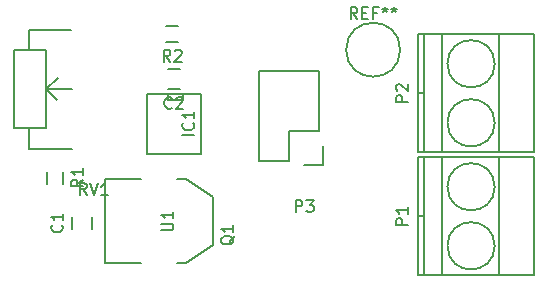
<source format=gto>
G04 #@! TF.FileFunction,Legend,Top*
%FSLAX46Y46*%
G04 Gerber Fmt 4.6, Leading zero omitted, Abs format (unit mm)*
G04 Created by KiCad (PCBNEW 4.0.1-3.201512161002+6197~38~ubuntu15.10.1-stable) date 2015-12-20T00:19:31 CET*
%MOMM*%
G01*
G04 APERTURE LIST*
%ADD10C,0.100000*%
%ADD11C,0.150000*%
G04 APERTURE END LIST*
D10*
D11*
X177888900Y-120299480D02*
X181437280Y-120299480D01*
X177888900Y-122049540D02*
X177888900Y-120299480D01*
X177888900Y-128648460D02*
X177888900Y-130398520D01*
X177888900Y-130398520D02*
X181488080Y-130398520D01*
X179288440Y-125349000D02*
X181538880Y-125298200D01*
X179288440Y-125349000D02*
X180289200Y-124399040D01*
X179288440Y-125298200D02*
X180238400Y-126298960D01*
X179288440Y-128648460D02*
X176588420Y-128648460D01*
X176588420Y-128648460D02*
X176588420Y-122049540D01*
X176588420Y-122049540D02*
X179288440Y-122049540D01*
X179288440Y-122049540D02*
X179288440Y-128648460D01*
X192405000Y-125730000D02*
X192405000Y-130810000D01*
X192405000Y-130810000D02*
X187833000Y-130810000D01*
X187833000Y-130810000D02*
X187833000Y-125730000D01*
X187833000Y-125730000D02*
X192405000Y-125730000D01*
X190881000Y-125730000D02*
X190881000Y-126238000D01*
X190881000Y-126238000D02*
X189611000Y-126238000D01*
X189611000Y-126238000D02*
X189611000Y-125730000D01*
X181522000Y-136172000D02*
X181522000Y-137172000D01*
X183222000Y-137172000D02*
X183222000Y-136172000D01*
X189619000Y-125310000D02*
X190619000Y-125310000D01*
X190619000Y-123610000D02*
X189619000Y-123610000D01*
X211292000Y-136104000D02*
X210792000Y-136104000D01*
X217292000Y-138604000D02*
G75*
G03X217292000Y-138604000I-2000000J0D01*
G01*
X217292000Y-133604000D02*
G75*
G03X217292000Y-133604000I-2000000J0D01*
G01*
X212792000Y-131104000D02*
X212792000Y-141104000D01*
X217692000Y-131104000D02*
X217692000Y-141104000D01*
X211292000Y-131104000D02*
X211292000Y-141104000D01*
X210792000Y-131104000D02*
X210792000Y-141104000D01*
X210792000Y-141104000D02*
X220592000Y-141104000D01*
X220592000Y-141104000D02*
X220592000Y-131104000D01*
X220592000Y-131104000D02*
X210792000Y-131104000D01*
X211292000Y-125690000D02*
X210792000Y-125690000D01*
X217292000Y-128190000D02*
G75*
G03X217292000Y-128190000I-2000000J0D01*
G01*
X217292000Y-123190000D02*
G75*
G03X217292000Y-123190000I-2000000J0D01*
G01*
X212792000Y-120690000D02*
X212792000Y-130690000D01*
X217692000Y-120690000D02*
X217692000Y-130690000D01*
X211292000Y-120690000D02*
X211292000Y-130690000D01*
X210792000Y-120690000D02*
X210792000Y-130690000D01*
X210792000Y-130690000D02*
X220592000Y-130690000D01*
X220592000Y-130690000D02*
X220592000Y-120690000D01*
X220592000Y-120690000D02*
X210792000Y-120690000D01*
X202438000Y-128905000D02*
X202438000Y-123825000D01*
X202718000Y-131725000D02*
X201168000Y-131725000D01*
X199898000Y-131445000D02*
X199898000Y-128905000D01*
X199898000Y-128905000D02*
X202438000Y-128905000D01*
X202438000Y-123825000D02*
X197358000Y-123825000D01*
X197358000Y-123825000D02*
X197358000Y-128905000D01*
X202718000Y-131725000D02*
X202718000Y-130175000D01*
X197358000Y-131445000D02*
X199898000Y-131445000D01*
X197358000Y-128905000D02*
X197358000Y-131445000D01*
X179411000Y-133342000D02*
X179411000Y-132342000D01*
X180761000Y-132342000D02*
X180761000Y-133342000D01*
X189492000Y-119975000D02*
X190492000Y-119975000D01*
X190492000Y-121325000D02*
X189492000Y-121325000D01*
X187325000Y-132969000D02*
X184277000Y-132969000D01*
X184277000Y-132969000D02*
X184277000Y-140081000D01*
X184277000Y-140081000D02*
X187325000Y-140081000D01*
X190373000Y-132969000D02*
X191135000Y-132969000D01*
X191135000Y-132969000D02*
X193421000Y-134493000D01*
X193421000Y-134493000D02*
X193421000Y-138557000D01*
X193421000Y-138557000D02*
X191135000Y-140081000D01*
X191135000Y-140081000D02*
X190373000Y-140081000D01*
X209286000Y-122000000D02*
G75*
G03X209286000Y-122000000I-2286000J0D01*
G01*
X182741962Y-134300221D02*
X182408628Y-133824030D01*
X182170533Y-134300221D02*
X182170533Y-133300221D01*
X182551486Y-133300221D01*
X182646724Y-133347840D01*
X182694343Y-133395459D01*
X182741962Y-133490697D01*
X182741962Y-133633554D01*
X182694343Y-133728792D01*
X182646724Y-133776411D01*
X182551486Y-133824030D01*
X182170533Y-133824030D01*
X183027676Y-133300221D02*
X183361009Y-134300221D01*
X183694343Y-133300221D01*
X184551486Y-134300221D02*
X183980057Y-134300221D01*
X184265771Y-134300221D02*
X184265771Y-133300221D01*
X184170533Y-133443078D01*
X184075295Y-133538316D01*
X183980057Y-133585935D01*
X191841381Y-129246190D02*
X190841381Y-129246190D01*
X191746143Y-128198571D02*
X191793762Y-128246190D01*
X191841381Y-128389047D01*
X191841381Y-128484285D01*
X191793762Y-128627143D01*
X191698524Y-128722381D01*
X191603286Y-128770000D01*
X191412810Y-128817619D01*
X191269952Y-128817619D01*
X191079476Y-128770000D01*
X190984238Y-128722381D01*
X190889000Y-128627143D01*
X190841381Y-128484285D01*
X190841381Y-128389047D01*
X190889000Y-128246190D01*
X190936619Y-128198571D01*
X191841381Y-127246190D02*
X191841381Y-127817619D01*
X191841381Y-127531905D02*
X190841381Y-127531905D01*
X190984238Y-127627143D01*
X191079476Y-127722381D01*
X191127095Y-127817619D01*
X180629143Y-136838666D02*
X180676762Y-136886285D01*
X180724381Y-137029142D01*
X180724381Y-137124380D01*
X180676762Y-137267238D01*
X180581524Y-137362476D01*
X180486286Y-137410095D01*
X180295810Y-137457714D01*
X180152952Y-137457714D01*
X179962476Y-137410095D01*
X179867238Y-137362476D01*
X179772000Y-137267238D01*
X179724381Y-137124380D01*
X179724381Y-137029142D01*
X179772000Y-136886285D01*
X179819619Y-136838666D01*
X180724381Y-135886285D02*
X180724381Y-136457714D01*
X180724381Y-136172000D02*
X179724381Y-136172000D01*
X179867238Y-136267238D01*
X179962476Y-136362476D01*
X180010095Y-136457714D01*
X189952334Y-126917143D02*
X189904715Y-126964762D01*
X189761858Y-127012381D01*
X189666620Y-127012381D01*
X189523762Y-126964762D01*
X189428524Y-126869524D01*
X189380905Y-126774286D01*
X189333286Y-126583810D01*
X189333286Y-126440952D01*
X189380905Y-126250476D01*
X189428524Y-126155238D01*
X189523762Y-126060000D01*
X189666620Y-126012381D01*
X189761858Y-126012381D01*
X189904715Y-126060000D01*
X189952334Y-126107619D01*
X190333286Y-126107619D02*
X190380905Y-126060000D01*
X190476143Y-126012381D01*
X190714239Y-126012381D01*
X190809477Y-126060000D01*
X190857096Y-126107619D01*
X190904715Y-126202857D01*
X190904715Y-126298095D01*
X190857096Y-126440952D01*
X190285667Y-127012381D01*
X190904715Y-127012381D01*
X209944381Y-136842095D02*
X208944381Y-136842095D01*
X208944381Y-136461142D01*
X208992000Y-136365904D01*
X209039619Y-136318285D01*
X209134857Y-136270666D01*
X209277714Y-136270666D01*
X209372952Y-136318285D01*
X209420571Y-136365904D01*
X209468190Y-136461142D01*
X209468190Y-136842095D01*
X209944381Y-135318285D02*
X209944381Y-135889714D01*
X209944381Y-135604000D02*
X208944381Y-135604000D01*
X209087238Y-135699238D01*
X209182476Y-135794476D01*
X209230095Y-135889714D01*
X209944381Y-126428095D02*
X208944381Y-126428095D01*
X208944381Y-126047142D01*
X208992000Y-125951904D01*
X209039619Y-125904285D01*
X209134857Y-125856666D01*
X209277714Y-125856666D01*
X209372952Y-125904285D01*
X209420571Y-125951904D01*
X209468190Y-126047142D01*
X209468190Y-126428095D01*
X209039619Y-125475714D02*
X208992000Y-125428095D01*
X208944381Y-125332857D01*
X208944381Y-125094761D01*
X208992000Y-124999523D01*
X209039619Y-124951904D01*
X209134857Y-124904285D01*
X209230095Y-124904285D01*
X209372952Y-124951904D01*
X209944381Y-125523333D01*
X209944381Y-124904285D01*
X200429905Y-135727381D02*
X200429905Y-134727381D01*
X200810858Y-134727381D01*
X200906096Y-134775000D01*
X200953715Y-134822619D01*
X201001334Y-134917857D01*
X201001334Y-135060714D01*
X200953715Y-135155952D01*
X200906096Y-135203571D01*
X200810858Y-135251190D01*
X200429905Y-135251190D01*
X201334667Y-134727381D02*
X201953715Y-134727381D01*
X201620381Y-135108333D01*
X201763239Y-135108333D01*
X201858477Y-135155952D01*
X201906096Y-135203571D01*
X201953715Y-135298810D01*
X201953715Y-135536905D01*
X201906096Y-135632143D01*
X201858477Y-135679762D01*
X201763239Y-135727381D01*
X201477524Y-135727381D01*
X201382286Y-135679762D01*
X201334667Y-135632143D01*
X182438381Y-133008666D02*
X181962190Y-133342000D01*
X182438381Y-133580095D02*
X181438381Y-133580095D01*
X181438381Y-133199142D01*
X181486000Y-133103904D01*
X181533619Y-133056285D01*
X181628857Y-133008666D01*
X181771714Y-133008666D01*
X181866952Y-133056285D01*
X181914571Y-133103904D01*
X181962190Y-133199142D01*
X181962190Y-133580095D01*
X182438381Y-132056285D02*
X182438381Y-132627714D01*
X182438381Y-132342000D02*
X181438381Y-132342000D01*
X181581238Y-132437238D01*
X181676476Y-132532476D01*
X181724095Y-132627714D01*
X189825334Y-123002381D02*
X189492000Y-122526190D01*
X189253905Y-123002381D02*
X189253905Y-122002381D01*
X189634858Y-122002381D01*
X189730096Y-122050000D01*
X189777715Y-122097619D01*
X189825334Y-122192857D01*
X189825334Y-122335714D01*
X189777715Y-122430952D01*
X189730096Y-122478571D01*
X189634858Y-122526190D01*
X189253905Y-122526190D01*
X190206286Y-122097619D02*
X190253905Y-122050000D01*
X190349143Y-122002381D01*
X190587239Y-122002381D01*
X190682477Y-122050000D01*
X190730096Y-122097619D01*
X190777715Y-122192857D01*
X190777715Y-122288095D01*
X190730096Y-122430952D01*
X190158667Y-123002381D01*
X190777715Y-123002381D01*
X195231619Y-137763238D02*
X195184000Y-137858476D01*
X195088762Y-137953714D01*
X194945905Y-138096571D01*
X194898286Y-138191810D01*
X194898286Y-138287048D01*
X195136381Y-138239429D02*
X195088762Y-138334667D01*
X194993524Y-138429905D01*
X194803048Y-138477524D01*
X194469714Y-138477524D01*
X194279238Y-138429905D01*
X194184000Y-138334667D01*
X194136381Y-138239429D01*
X194136381Y-138048952D01*
X194184000Y-137953714D01*
X194279238Y-137858476D01*
X194469714Y-137810857D01*
X194803048Y-137810857D01*
X194993524Y-137858476D01*
X195088762Y-137953714D01*
X195136381Y-138048952D01*
X195136381Y-138239429D01*
X195136381Y-136858476D02*
X195136381Y-137429905D01*
X195136381Y-137144191D02*
X194136381Y-137144191D01*
X194279238Y-137239429D01*
X194374476Y-137334667D01*
X194422095Y-137429905D01*
X189063381Y-137286905D02*
X189872905Y-137286905D01*
X189968143Y-137239286D01*
X190015762Y-137191667D01*
X190063381Y-137096429D01*
X190063381Y-136905952D01*
X190015762Y-136810714D01*
X189968143Y-136763095D01*
X189872905Y-136715476D01*
X189063381Y-136715476D01*
X190063381Y-135715476D02*
X190063381Y-136286905D01*
X190063381Y-136001191D02*
X189063381Y-136001191D01*
X189206238Y-136096429D01*
X189301476Y-136191667D01*
X189349095Y-136286905D01*
X205666667Y-119404381D02*
X205333333Y-118928190D01*
X205095238Y-119404381D02*
X205095238Y-118404381D01*
X205476191Y-118404381D01*
X205571429Y-118452000D01*
X205619048Y-118499619D01*
X205666667Y-118594857D01*
X205666667Y-118737714D01*
X205619048Y-118832952D01*
X205571429Y-118880571D01*
X205476191Y-118928190D01*
X205095238Y-118928190D01*
X206095238Y-118880571D02*
X206428572Y-118880571D01*
X206571429Y-119404381D02*
X206095238Y-119404381D01*
X206095238Y-118404381D01*
X206571429Y-118404381D01*
X207333334Y-118880571D02*
X207000000Y-118880571D01*
X207000000Y-119404381D02*
X207000000Y-118404381D01*
X207476191Y-118404381D01*
X208000000Y-118404381D02*
X208000000Y-118642476D01*
X207761905Y-118547238D02*
X208000000Y-118642476D01*
X208238096Y-118547238D01*
X207857143Y-118832952D02*
X208000000Y-118642476D01*
X208142858Y-118832952D01*
X208761905Y-118404381D02*
X208761905Y-118642476D01*
X208523810Y-118547238D02*
X208761905Y-118642476D01*
X209000001Y-118547238D01*
X208619048Y-118832952D02*
X208761905Y-118642476D01*
X208904763Y-118832952D01*
M02*

</source>
